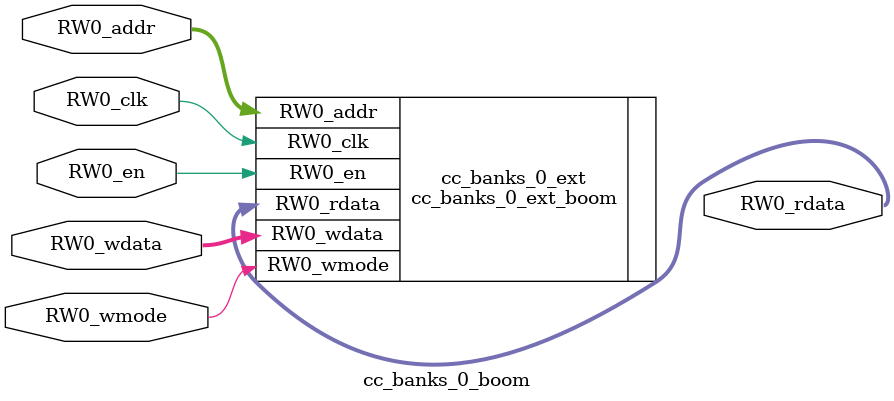
<source format=sv>
`ifndef RANDOMIZE
  `ifdef RANDOMIZE_REG_INIT
    `define RANDOMIZE
  `endif // RANDOMIZE_REG_INIT
`endif // not def RANDOMIZE
`ifndef RANDOMIZE
  `ifdef RANDOMIZE_MEM_INIT
    `define RANDOMIZE
  `endif // RANDOMIZE_MEM_INIT
`endif // not def RANDOMIZE

`ifndef RANDOM
  `define RANDOM $random
`endif // not def RANDOM

// Users can define 'PRINTF_COND' to add an extra gate to prints.
`ifndef PRINTF_COND_
  `ifdef PRINTF_COND
    `define PRINTF_COND_ (`PRINTF_COND)
  `else  // PRINTF_COND
    `define PRINTF_COND_ 1
  `endif // PRINTF_COND
`endif // not def PRINTF_COND_

// Users can define 'ASSERT_VERBOSE_COND' to add an extra gate to assert error printing.
`ifndef ASSERT_VERBOSE_COND_
  `ifdef ASSERT_VERBOSE_COND
    `define ASSERT_VERBOSE_COND_ (`ASSERT_VERBOSE_COND)
  `else  // ASSERT_VERBOSE_COND
    `define ASSERT_VERBOSE_COND_ 1
  `endif // ASSERT_VERBOSE_COND
`endif // not def ASSERT_VERBOSE_COND_

// Users can define 'STOP_COND' to add an extra gate to stop conditions.
`ifndef STOP_COND_
  `ifdef STOP_COND
    `define STOP_COND_ (`STOP_COND)
  `else  // STOP_COND
    `define STOP_COND_ 1
  `endif // STOP_COND
`endif // not def STOP_COND_

// Users can define INIT_RANDOM as general code that gets injected into the
// initializer block for modules with registers.
`ifndef INIT_RANDOM
  `define INIT_RANDOM
`endif // not def INIT_RANDOM

// If using random initialization, you can also define RANDOMIZE_DELAY to
// customize the delay used, otherwise 0.002 is used.
`ifndef RANDOMIZE_DELAY
  `define RANDOMIZE_DELAY 0.002
`endif // not def RANDOMIZE_DELAY

// Define INIT_RANDOM_PROLOG_ for use in our modules below.
`ifndef INIT_RANDOM_PROLOG_
  `ifdef RANDOMIZE
    `ifdef VERILATOR
      `define INIT_RANDOM_PROLOG_ `INIT_RANDOM
    `else  // VERILATOR
      `define INIT_RANDOM_PROLOG_ `INIT_RANDOM #`RANDOMIZE_DELAY begin end
    `endif // VERILATOR
  `else  // RANDOMIZE
    `define INIT_RANDOM_PROLOG_
  `endif // RANDOMIZE
`endif // not def INIT_RANDOM_PROLOG_

module cc_banks_0_boom(	// @[DescribedSRAM.scala:17:26]
  input  [13:0] RW0_addr,
  input         RW0_en,
                RW0_clk,
                RW0_wmode,
  input  [63:0] RW0_wdata,
  output [63:0] RW0_rdata
);

  cc_banks_0_ext_boom cc_banks_0_ext (	// @[DescribedSRAM.scala:17:26]
    .RW0_addr  (RW0_addr),
    .RW0_en    (RW0_en),
    .RW0_clk   (RW0_clk),
    .RW0_wmode (RW0_wmode),
    .RW0_wdata (RW0_wdata),
    .RW0_rdata (RW0_rdata)
  );
endmodule


</source>
